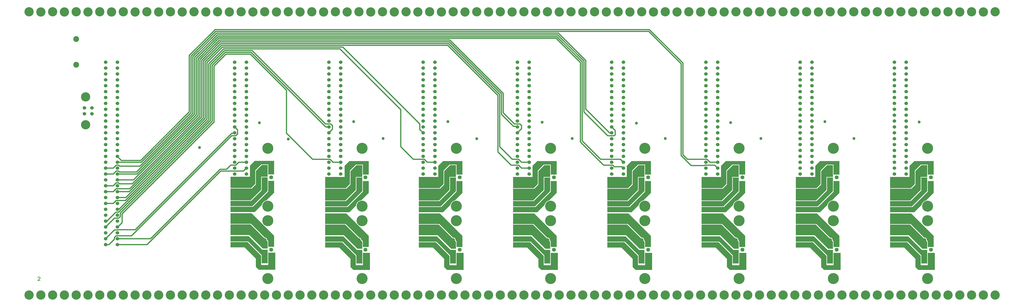
<source format=gbr>
G04 Layer_Physical_Order=3*
G04 Layer_Color=36540*
%FSLAX45Y45*%
%MOMM*%
%TF.FileFunction,Copper,L3,Inr,Signal*%
%TF.Part,Single*%
G01*
G75*
%TA.AperFunction,NonConductor*%
%ADD12C,0.25400*%
%TA.AperFunction,ComponentPad*%
%ADD13C,2.50000*%
%TA.AperFunction,ViaPad*%
%ADD14C,4.00000*%
%TA.AperFunction,ComponentPad*%
%ADD15C,1.52400*%
%ADD16C,4.00000*%
%ADD17C,4.76000*%
%ADD18R,1.69000X1.69000*%
%ADD19C,1.69000*%
%TA.AperFunction,ViaPad*%
%ADD20C,1.27000*%
%TA.AperFunction,Conductor*%
%ADD21C,0.50000*%
G36*
X39567825Y7963700D02*
X39567822Y7658900D01*
X39364624D01*
X38780423Y8243100D01*
X37967624Y8243100D01*
X37967624Y8700300D01*
X38831223Y8700300D01*
X39567825Y7963700D01*
D02*
G37*
G36*
X35503824D02*
X35503824Y7658900D01*
X35300623D01*
X34716422Y8243100D01*
X33903622Y8243100D01*
X33903622Y8700300D01*
X34767224Y8700300D01*
X35503824Y7963700D01*
D02*
G37*
G36*
X15189799Y7972400D02*
X15189799Y7667600D01*
X14986600D01*
X14402400Y8251800D01*
X13589600Y8251800D01*
X13589600Y8709000D01*
X14453200Y8709000D01*
X15189799Y7972400D01*
D02*
G37*
G36*
X43631824Y7963700D02*
X43631824Y7658900D01*
X43428622D01*
X42844424Y8243100D01*
X42031622Y8243100D01*
X42031622Y8700300D01*
X42895224Y8700300D01*
X43631824Y7963700D01*
D02*
G37*
G36*
X23311824D02*
X23311823Y7658900D01*
X23108623D01*
X22524423Y8243100D01*
X21711623Y8243100D01*
X21711623Y8700300D01*
X22575223Y8700300D01*
X23311824Y7963700D01*
D02*
G37*
G36*
X19273224D02*
X19273222Y7658900D01*
X19070023D01*
X18485823Y8243100D01*
X17673022Y8243100D01*
X17673022Y8700300D01*
X18536623Y8700300D01*
X19273224Y7963700D01*
D02*
G37*
G36*
X31439825D02*
X31439822Y7658900D01*
X31236624D01*
X30652423Y8243100D01*
X29839624Y8243100D01*
X29839624Y8700300D01*
X30703223Y8700300D01*
X31439825Y7963700D01*
D02*
G37*
G36*
X27375824D02*
X27375824Y7658900D01*
X27172623D01*
X26588422Y8243100D01*
X25775623Y8243100D01*
X25775623Y8700300D01*
X26639224Y8700300D01*
X27375824Y7963700D01*
D02*
G37*
G36*
X39263022Y8801900D02*
X39847223Y8217700D01*
Y7735100D01*
X39593924D01*
X39593924Y7963699D01*
X39593924Y7963700D01*
X39593222Y7967230D01*
Y7989100D01*
X39551794Y8030527D01*
X39552451Y8035500D01*
X39548666Y8064242D01*
X39537573Y8091025D01*
X39519925Y8114024D01*
X39496924Y8131672D01*
X39470142Y8142766D01*
X39441400Y8146550D01*
X39436426Y8145896D01*
X38856622Y8725700D01*
X38834753D01*
X38831223Y8726402D01*
X37967624Y8726401D01*
X37967624Y9182900D01*
X38882022D01*
X39263022Y8801900D01*
D02*
G37*
G36*
X35199023D02*
X35783224Y8217700D01*
Y7735100D01*
X35529926D01*
X35529926Y7963699D01*
X35529926Y7963700D01*
X35529224Y7967230D01*
Y7989100D01*
X35487796Y8030527D01*
X35488449Y8035500D01*
X35484665Y8064242D01*
X35473572Y8091025D01*
X35455923Y8114024D01*
X35432925Y8131672D01*
X35406143Y8142766D01*
X35377399Y8146550D01*
X35372427Y8145896D01*
X34792621Y8725700D01*
X34770752D01*
X34767224Y8726402D01*
X33903622Y8726401D01*
X33903622Y9182900D01*
X34818024D01*
X35199023Y8801900D01*
D02*
G37*
G36*
X14885001Y8810600D02*
X15008688Y8686912D01*
X15012430Y8682530D01*
X15016811Y8678788D01*
X15469200Y8226400D01*
Y7743800D01*
X15215901D01*
X15215901Y7972399D01*
X15215903Y7972400D01*
X15215199Y7975930D01*
Y7997800D01*
X15167078Y8045921D01*
X15164667Y8064242D01*
X15153572Y8091025D01*
X15135924Y8114024D01*
X15112926Y8131672D01*
X15086142Y8142766D01*
X15067821Y8145178D01*
X14478600Y8734400D01*
X14456729D01*
X14453200Y8735102D01*
X13589600Y8735101D01*
X13589600Y9191600D01*
X14503999D01*
X14885001Y8810600D01*
D02*
G37*
G36*
X43327023Y8801900D02*
X43911224Y8217700D01*
Y7735100D01*
X43657925D01*
X43657925Y7963699D01*
X43657925Y7963700D01*
X43657224Y7967230D01*
Y7989100D01*
X43615796Y8030527D01*
X43616449Y8035500D01*
X43612665Y8064242D01*
X43601572Y8091025D01*
X43583923Y8114024D01*
X43560925Y8131672D01*
X43534143Y8142766D01*
X43505399Y8146550D01*
X43500427Y8145896D01*
X42920621Y8725700D01*
X42898752D01*
X42895224Y8726402D01*
X42031622Y8726401D01*
X42031622Y9182900D01*
X42946024D01*
X43327023Y8801900D01*
D02*
G37*
G36*
X23007024D02*
X23591223Y8217700D01*
Y7735100D01*
X23337926D01*
X23337926Y7963699D01*
X23337926Y7963700D01*
X23337222Y7967230D01*
Y7989100D01*
X23295795Y8030527D01*
X23296449Y8035500D01*
X23292667Y8064242D01*
X23281572Y8091025D01*
X23263924Y8114024D01*
X23240926Y8131672D01*
X23214142Y8142766D01*
X23185400Y8146550D01*
X23180428Y8145896D01*
X22600623Y8725700D01*
X22578754D01*
X22575223Y8726402D01*
X21711623Y8726401D01*
X21711623Y9182900D01*
X22626022D01*
X23007024Y8801900D01*
D02*
G37*
G36*
X18968423D02*
X19038786Y8731537D01*
X19049484Y8714081D01*
X19076430Y8682530D01*
X19107980Y8655584D01*
X19125436Y8644886D01*
X19552623Y8217700D01*
Y7735100D01*
X19299326D01*
X19299326Y7963699D01*
X19299326Y7963700D01*
X19298624Y7967230D01*
Y7989100D01*
X19229453Y8058271D01*
X19228667Y8064242D01*
X19217572Y8091025D01*
X19199924Y8114024D01*
X19176926Y8131672D01*
X19150142Y8142766D01*
X19144170Y8143552D01*
X18562022Y8725700D01*
X18540154D01*
X18536623Y8726402D01*
X17673022Y8726401D01*
X17673022Y9182900D01*
X18587424D01*
X18968423Y8801900D01*
D02*
G37*
G36*
X31135022D02*
X31719223Y8217700D01*
Y7735100D01*
X31465924D01*
X31465924Y7963699D01*
X31465924Y7963700D01*
X31465222Y7967230D01*
Y7989100D01*
X31423795Y8030527D01*
X31424451Y8035500D01*
X31420667Y8064242D01*
X31409573Y8091025D01*
X31391925Y8114024D01*
X31368924Y8131672D01*
X31342142Y8142766D01*
X31313400Y8146550D01*
X31308426Y8145896D01*
X30728622Y8725700D01*
X30706754D01*
X30703223Y8726402D01*
X29839624Y8726401D01*
X29839624Y9182900D01*
X30754022D01*
X31135022Y8801900D01*
D02*
G37*
G36*
X27071024D02*
X27655222Y8217700D01*
Y7735100D01*
X27401926D01*
X27401926Y7963699D01*
X27401926Y7963700D01*
X27401224Y7967230D01*
Y7989100D01*
X27359796Y8030527D01*
X27360449Y8035500D01*
X27356665Y8064242D01*
X27345572Y8091025D01*
X27327924Y8114024D01*
X27304926Y8131672D01*
X27278143Y8142766D01*
X27249399Y8146550D01*
X27244427Y8145896D01*
X26664621Y8725700D01*
X26642752D01*
X26639224Y8726402D01*
X25775623Y8726401D01*
X25775623Y9182900D01*
X26690024D01*
X27071024Y8801900D01*
D02*
G37*
G36*
X39287723Y7354801D02*
X39287723Y7023900D01*
X39288297Y7021007D01*
X39288422Y6947700D01*
X39593222D01*
X39593320Y7020856D01*
X39593924Y7023900D01*
X39593924Y7481100D01*
X39898022D01*
X39898022Y7468400D01*
Y6744500D01*
X39186823Y6744500D01*
X39059824Y6871500D01*
Y7227100D01*
X38577222Y7709700D01*
X37976620Y7709700D01*
X37967654Y7718697D01*
X37968427Y7937598D01*
X38704922Y7937599D01*
X39287723Y7354801D01*
D02*
G37*
G36*
X35223721D02*
X35223721Y7023900D01*
X35224298Y7021007D01*
X35224423Y6947700D01*
X35529224D01*
X35529318Y7020856D01*
X35529926Y7023900D01*
X35529926Y7481100D01*
X35834024D01*
X35834024Y7468400D01*
Y6744500D01*
X35122824Y6744500D01*
X34995822Y6871500D01*
Y7227100D01*
X34513223Y7709700D01*
X33912619Y7709700D01*
X33903656Y7718697D01*
X33904425Y7937598D01*
X34640924Y7937599D01*
X35223721Y7354801D01*
D02*
G37*
G36*
X14909698Y7363501D02*
X14909698Y7032600D01*
X14910274Y7029707D01*
X14910400Y6956400D01*
X15215199D01*
X15215295Y7029556D01*
X15215901Y7032600D01*
X15215901Y7489800D01*
X15520000D01*
X15520000Y7477100D01*
Y6753200D01*
X14808800Y6753200D01*
X14681799Y6880200D01*
Y7235800D01*
X14199200Y7718400D01*
X13598596Y7718400D01*
X13589632Y7727397D01*
X13590402Y7946298D01*
X14326901Y7946299D01*
X14909698Y7363501D01*
D02*
G37*
G36*
X43351721Y7354801D02*
X43351721Y7023900D01*
X43352298Y7021007D01*
X43352423Y6947700D01*
X43657224D01*
X43657318Y7020856D01*
X43657925Y7023900D01*
X43657925Y7481100D01*
X43962024D01*
X43962024Y7468400D01*
Y6744500D01*
X43250824Y6744500D01*
X43123822Y6871500D01*
Y7227100D01*
X42641223Y7709700D01*
X42040619Y7709700D01*
X42031656Y7718697D01*
X42032425Y7937598D01*
X42768924Y7937599D01*
X43351721Y7354801D01*
D02*
G37*
G36*
X23031721D02*
X23031721Y7023900D01*
X23032297Y7021007D01*
X23032423Y6947700D01*
X23337222D01*
X23337318Y7020856D01*
X23337926Y7023900D01*
X23337926Y7481100D01*
X23642023D01*
X23642023Y7468400D01*
Y6744500D01*
X22930823Y6744500D01*
X22803822Y6871500D01*
Y7227100D01*
X22321223Y7709700D01*
X21720619Y7709700D01*
X21711655Y7718697D01*
X21712427Y7937598D01*
X22448924Y7937599D01*
X23031721Y7354801D01*
D02*
G37*
G36*
X18993121D02*
X18993121Y7023900D01*
X18993697Y7021007D01*
X18993823Y6947700D01*
X19298624D01*
X19298718Y7020856D01*
X19299326Y7023900D01*
X19299326Y7481100D01*
X19603423D01*
X19603423Y7468400D01*
Y6744500D01*
X18892223Y6744500D01*
X18765224Y6871500D01*
Y7227100D01*
X18282623Y7709700D01*
X17682019Y7709700D01*
X17673055Y7718697D01*
X17673827Y7937598D01*
X18410324Y7937599D01*
X18993121Y7354801D01*
D02*
G37*
G36*
X31159723D02*
X31159723Y7023900D01*
X31160297Y7021007D01*
X31160422Y6947700D01*
X31465222D01*
X31465320Y7020856D01*
X31465924Y7023900D01*
X31465924Y7481100D01*
X31770023D01*
X31770023Y7468400D01*
Y6744500D01*
X31058823Y6744500D01*
X30931824Y6871500D01*
Y7227100D01*
X30449222Y7709700D01*
X29848621Y7709700D01*
X29839655Y7718697D01*
X29840427Y7937598D01*
X30576923Y7937599D01*
X31159723Y7354801D01*
D02*
G37*
G36*
X27095721D02*
X27095721Y7023900D01*
X27096298Y7021007D01*
X27096423Y6947700D01*
X27401224D01*
X27401318Y7020856D01*
X27401926Y7023900D01*
X27401926Y7481100D01*
X27706024D01*
X27706024Y7468400D01*
Y6744500D01*
X26994824Y6744500D01*
X26867822Y6871500D01*
Y7227100D01*
X26385223Y7709700D01*
X25784619Y7709700D01*
X25775656Y7718697D01*
X25776425Y7937598D01*
X26512924Y7937599D01*
X27095721Y7354801D01*
D02*
G37*
G36*
X39313824Y7633500D02*
X39339224Y7608100D01*
X39567822D01*
X39567822Y7023900D01*
X39313824Y7023900D01*
X39313824Y7379500D01*
X39186823Y7506500D01*
X38729623Y7963700D01*
X37967624Y7963700D01*
Y8192300D01*
X38755023Y8192300D01*
X39313824Y7633500D01*
D02*
G37*
G36*
X35249823D02*
X35275223Y7608100D01*
X35503824D01*
X35503824Y7023900D01*
X35249823Y7023900D01*
X35249823Y7379500D01*
X35122824Y7506500D01*
X34665622Y7963700D01*
X33903622Y7963700D01*
Y8192300D01*
X34691022Y8192300D01*
X35249823Y7633500D01*
D02*
G37*
G36*
X14935800Y7642200D02*
X14961200Y7616800D01*
X15189799D01*
X15189799Y7032600D01*
X14935799Y7032600D01*
X14935800Y7388200D01*
X14808800Y7515200D01*
X14351601Y7972400D01*
X13589600Y7972400D01*
Y8201000D01*
X14377000Y8201000D01*
X14935800Y7642200D01*
D02*
G37*
G36*
X43377823Y7633500D02*
X43403223Y7608100D01*
X43631824D01*
X43631824Y7023900D01*
X43377823Y7023900D01*
X43377823Y7379500D01*
X43250824Y7506500D01*
X42793622Y7963700D01*
X42031622Y7963700D01*
Y8192300D01*
X42819022Y8192300D01*
X43377823Y7633500D01*
D02*
G37*
G36*
X23057823D02*
X23083223Y7608100D01*
X23311823D01*
X23311823Y7023900D01*
X23057823Y7023900D01*
X23057825Y7379500D01*
X22930823Y7506500D01*
X22473624Y7963700D01*
X21711623Y7963700D01*
Y8192300D01*
X22499023Y8192300D01*
X23057823Y7633500D01*
D02*
G37*
G36*
X19019223D02*
X19044623Y7608100D01*
X19273222D01*
X19273222Y7023900D01*
X19019223Y7023900D01*
X19019225Y7379500D01*
X18892223Y7506500D01*
X18435023Y7963700D01*
X17673022Y7963700D01*
Y8192300D01*
X18460423Y8192300D01*
X19019223Y7633500D01*
D02*
G37*
G36*
X31185822D02*
X31211224Y7608100D01*
X31439822D01*
X31439822Y7023900D01*
X31185822Y7023900D01*
X31185825Y7379500D01*
X31058823Y7506500D01*
X30601624Y7963700D01*
X29839624Y7963700D01*
Y8192300D01*
X30627023Y8192300D01*
X31185822Y7633500D01*
D02*
G37*
G36*
X27121823D02*
X27147223Y7608100D01*
X27375824D01*
X27375824Y7023900D01*
X27121823Y7023900D01*
X27121823Y7379500D01*
X26994824Y7506500D01*
X26537622Y7963700D01*
X25775623Y7963700D01*
Y8192300D01*
X26563022Y8192300D01*
X27121823Y7633500D01*
D02*
G37*
G36*
X39567123Y10859300D02*
X39567822Y10855774D01*
Y10758402D01*
X39313824D01*
X39310294Y10757700D01*
X39288422D01*
Y10735826D01*
X39287723Y10732300D01*
Y10198199D01*
X38831924Y9742401D01*
X37967624D01*
Y10248999D01*
X38856622D01*
X38860150Y10249700D01*
X38882022D01*
X39059824Y10427500D01*
Y10449374D01*
X39060526Y10452900D01*
X39060526Y11012401D01*
X39313123Y11264999D01*
X39567123D01*
Y10859300D01*
D02*
G37*
G36*
X35503122D02*
X35503824Y10855774D01*
Y10758402D01*
X35249823D01*
X35246295Y10757700D01*
X35224423D01*
Y10735826D01*
X35223721Y10732300D01*
Y10198199D01*
X34767926Y9742401D01*
X33903622D01*
Y10248999D01*
X34792624D01*
X34796149Y10249700D01*
X34818024D01*
X34995825Y10427500D01*
Y10449374D01*
X34996524Y10452900D01*
X34996524Y11012401D01*
X35249121Y11264999D01*
X35503122D01*
Y10859300D01*
D02*
G37*
G36*
X15189098Y10868000D02*
X15189799Y10864474D01*
Y10767102D01*
X14935800D01*
X14932271Y10766400D01*
X14910399D01*
Y10744526D01*
X14909698Y10741000D01*
Y10206899D01*
X14453902Y9751101D01*
X13589600D01*
Y10257699D01*
X14478600D01*
X14482127Y10258400D01*
X14503999D01*
X14681799Y10436200D01*
Y10458074D01*
X14682501Y10461600D01*
X14682501Y11021101D01*
X14935098Y11273699D01*
X15189098D01*
Y10868000D01*
D02*
G37*
G36*
X43631122Y10859300D02*
X43631824Y10855774D01*
Y10758402D01*
X43377823D01*
X43374295Y10757700D01*
X43352423D01*
Y10735826D01*
X43351721Y10732300D01*
Y10198199D01*
X42895926Y9742401D01*
X42031622D01*
Y10248999D01*
X42920624D01*
X42924149Y10249700D01*
X42946024D01*
X43123825Y10427500D01*
Y10449374D01*
X43124524Y10452900D01*
X43124524Y11012401D01*
X43377121Y11264999D01*
X43631122D01*
Y10859300D01*
D02*
G37*
G36*
X23311122D02*
X23311823Y10855774D01*
Y10758402D01*
X23057823D01*
X23054295Y10757700D01*
X23032423D01*
Y10735826D01*
X23031721Y10732300D01*
Y10198199D01*
X22575925Y9742401D01*
X21711623D01*
Y10248999D01*
X22600623D01*
X22604150Y10249700D01*
X22626022D01*
X22803824Y10427500D01*
Y10449374D01*
X22804526Y10452900D01*
X22804526Y11012401D01*
X23057121Y11264999D01*
X23311122D01*
Y10859300D01*
D02*
G37*
G36*
X19272522D02*
X19273222Y10855774D01*
Y10758402D01*
X19019223D01*
X19015695Y10757700D01*
X18993823D01*
Y10735826D01*
X18993121Y10732300D01*
Y10198199D01*
X18537325Y9742401D01*
X17673022D01*
Y10248999D01*
X18562022D01*
X18565550Y10249700D01*
X18587424D01*
X18765224Y10427500D01*
Y10449374D01*
X18765926Y10452900D01*
X18765926Y11012401D01*
X19018523Y11264999D01*
X19272522D01*
Y10859300D01*
D02*
G37*
G36*
X31439120D02*
X31439822Y10855774D01*
Y10758402D01*
X31185822D01*
X31182294Y10757700D01*
X31160422D01*
Y10735826D01*
X31159723Y10732300D01*
Y10198199D01*
X30703925Y9742401D01*
X29839624D01*
Y10248999D01*
X30728622D01*
X30732150Y10249700D01*
X30754022D01*
X30931824Y10427500D01*
Y10449374D01*
X30932526Y10452900D01*
X30932526Y11012401D01*
X31185123Y11264999D01*
X31439120D01*
Y10859300D01*
D02*
G37*
G36*
X27375122D02*
X27375824Y10855774D01*
Y10758402D01*
X27121823D01*
X27118295Y10757700D01*
X27096423D01*
Y10735826D01*
X27095721Y10732300D01*
Y10198199D01*
X26639926Y9742401D01*
X25775623D01*
Y10248999D01*
X26664624D01*
X26668149Y10249700D01*
X26690024D01*
X26867825Y10427500D01*
Y10449374D01*
X26868524Y10452900D01*
X26868524Y11012401D01*
X27121121Y11264999D01*
X27375122D01*
Y10859300D01*
D02*
G37*
G36*
X39847223D02*
X39593222D01*
Y11291100D01*
X39288422D01*
X39034424Y11037100D01*
X39034424Y10452900D01*
X38856622Y10275100D01*
X37967624D01*
Y10757700D01*
X38805823D01*
Y11240300D01*
X38831223Y11265700D01*
X39009024Y11443500D01*
X39847223D01*
Y10859300D01*
D02*
G37*
G36*
X35783224D02*
X35529224D01*
Y11291100D01*
X35224423D01*
X34970422Y11037100D01*
X34970422Y10452900D01*
X34792624Y10275100D01*
X33903622D01*
Y10757700D01*
X34741824D01*
Y11240300D01*
X34767224Y11265700D01*
X34945023Y11443500D01*
X35783224D01*
Y10859300D01*
D02*
G37*
G36*
X15469200Y10868000D02*
X15215199D01*
Y11299800D01*
X14910400D01*
X14656400Y11045800D01*
X14656400Y10461600D01*
X14478600Y10283800D01*
X13589600D01*
Y10766400D01*
X14427800D01*
Y11249000D01*
X14453200Y11274400D01*
X14631000Y11452200D01*
X15469200D01*
Y10868000D01*
D02*
G37*
G36*
X43911224Y10859300D02*
X43657224D01*
Y11291100D01*
X43352423D01*
X43098422Y11037100D01*
X43098422Y10452900D01*
X42920624Y10275100D01*
X42031622D01*
Y10757700D01*
X42869824D01*
Y11240300D01*
X42895224Y11265700D01*
X43073022Y11443500D01*
X43911224D01*
Y10859300D01*
D02*
G37*
G36*
X23591223D02*
X23337222D01*
Y11291100D01*
X23032423D01*
X22778423Y11037100D01*
X22778423Y10452900D01*
X22600623Y10275100D01*
X21711623D01*
Y10757700D01*
X22549823D01*
Y11240300D01*
X22575223Y11265700D01*
X22753023Y11443500D01*
X23591223D01*
Y10859300D01*
D02*
G37*
G36*
X19552623D02*
X19298624D01*
Y11291100D01*
X18993823D01*
X18739822Y11037100D01*
X18739822Y10452900D01*
X18562022Y10275100D01*
X17673022D01*
Y10757700D01*
X18511223D01*
Y11240300D01*
X18536623Y11265700D01*
X18714423Y11443500D01*
X19552623D01*
Y10859300D01*
D02*
G37*
G36*
X31719223D02*
X31465222D01*
Y11291100D01*
X31160422D01*
X30906424Y11037100D01*
X30906424Y10452900D01*
X30728622Y10275100D01*
X29839624D01*
Y10757700D01*
X30677823D01*
Y11240300D01*
X30703223Y11265700D01*
X30881024Y11443500D01*
X31719223D01*
Y10859300D01*
D02*
G37*
G36*
X27655222D02*
X27401224D01*
Y11291100D01*
X27096423D01*
X26842422Y11037100D01*
X26842422Y10452900D01*
X26664624Y10275100D01*
X25775623D01*
Y10757700D01*
X26613824D01*
Y11240300D01*
X26639224Y11265700D01*
X26817023Y11443500D01*
X27655222D01*
Y10859300D01*
D02*
G37*
G36*
X39847223Y10071900D02*
X39527753Y9752431D01*
X39501691Y9746174D01*
X39463358Y9730295D01*
X39427982Y9708616D01*
X39396429Y9681670D01*
X39369485Y9650119D01*
X39347803Y9614742D01*
X39331927Y9576409D01*
X39325668Y9550346D01*
X39009024Y9233700D01*
X37967624D01*
Y9461599D01*
X38907422D01*
X38910950Y9462300D01*
X38932822D01*
X39593222Y10122700D01*
Y10144573D01*
X39593924Y10148100D01*
Y10579900D01*
X39847223D01*
Y10071900D01*
D02*
G37*
G36*
X35783224D02*
X35463754Y9752431D01*
X35437692Y9746174D01*
X35399359Y9730295D01*
X35363980Y9708616D01*
X35332431Y9681670D01*
X35305484Y9650119D01*
X35283804Y9614742D01*
X35267926Y9576409D01*
X35261670Y9550346D01*
X34945023Y9233700D01*
X33903622D01*
Y9461599D01*
X34843423D01*
X34846951Y9462300D01*
X34868823D01*
X35529224Y10122700D01*
Y10144573D01*
X35529926Y10148100D01*
Y10579900D01*
X35783224D01*
Y10071900D01*
D02*
G37*
G36*
X15469200Y10080600D02*
X15140170Y9751571D01*
X15117691Y9746174D01*
X15079358Y9730295D01*
X15043980Y9708616D01*
X15012430Y9681670D01*
X14985484Y9650119D01*
X14963805Y9614742D01*
X14947926Y9576409D01*
X14942529Y9553930D01*
X14631000Y9242400D01*
X13589600D01*
Y9470299D01*
X14529401D01*
X14532927Y9471000D01*
X14554800D01*
X15215199Y10131400D01*
Y10153273D01*
X15215901Y10156800D01*
Y10588600D01*
X15469200D01*
Y10080600D01*
D02*
G37*
G36*
X43911224Y10071900D02*
X43591754Y9752431D01*
X43565692Y9746174D01*
X43527359Y9730295D01*
X43491980Y9708616D01*
X43460431Y9681670D01*
X43433484Y9650119D01*
X43411804Y9614742D01*
X43395926Y9576409D01*
X43389670Y9550346D01*
X43073022Y9233700D01*
X42031622D01*
Y9461599D01*
X42971423D01*
X42974951Y9462300D01*
X42996823D01*
X43657224Y10122700D01*
Y10144573D01*
X43657925Y10148100D01*
Y10579900D01*
X43911224D01*
Y10071900D01*
D02*
G37*
G36*
X23591223D02*
X23271754Y9752431D01*
X23245691Y9746174D01*
X23207358Y9730295D01*
X23171980Y9708616D01*
X23140430Y9681670D01*
X23113484Y9650119D01*
X23091805Y9614742D01*
X23075926Y9576409D01*
X23069669Y9550346D01*
X22753023Y9233700D01*
X21711623D01*
Y9461599D01*
X22651424D01*
X22654950Y9462300D01*
X22676823D01*
X23337222Y10122700D01*
Y10144573D01*
X23337926Y10148100D01*
Y10579900D01*
X23591223D01*
Y10071900D01*
D02*
G37*
G36*
X19552623D02*
X19237827Y9757102D01*
X19222037Y9755860D01*
X19181691Y9746174D01*
X19143358Y9730295D01*
X19107980Y9708616D01*
X19076430Y9681670D01*
X19049484Y9650119D01*
X19027805Y9614742D01*
X19011926Y9576409D01*
X19002240Y9536064D01*
X19000998Y9520274D01*
X18714423Y9233700D01*
X17673022D01*
Y9461599D01*
X18612823D01*
X18616350Y9462300D01*
X18638223D01*
X19298624Y10122700D01*
Y10144573D01*
X19299326Y10148100D01*
Y10579900D01*
X19552623D01*
Y10071900D01*
D02*
G37*
G36*
X31719223D02*
X31399753Y9752431D01*
X31373691Y9746174D01*
X31335358Y9730295D01*
X31299982Y9708616D01*
X31268430Y9681670D01*
X31241483Y9650119D01*
X31219803Y9614742D01*
X31203925Y9576409D01*
X31197668Y9550346D01*
X30881024Y9233700D01*
X29839624D01*
Y9461599D01*
X30779422D01*
X30782950Y9462300D01*
X30804822D01*
X31465222Y10122700D01*
Y10144573D01*
X31465924Y10148100D01*
Y10579900D01*
X31719223D01*
Y10071900D01*
D02*
G37*
G36*
X27655222D02*
X27335754Y9752431D01*
X27309692Y9746174D01*
X27271359Y9730295D01*
X27235980Y9708616D01*
X27204431Y9681670D01*
X27177484Y9650119D01*
X27155804Y9614742D01*
X27139926Y9576409D01*
X27133670Y9550346D01*
X26817023Y9233700D01*
X25775623D01*
Y9461599D01*
X26715424D01*
X26718951Y9462300D01*
X26740823D01*
X27401224Y10122700D01*
Y10144573D01*
X27401926Y10148100D01*
Y10579900D01*
X27655222D01*
Y10071900D01*
D02*
G37*
G36*
X39567822Y10148100D02*
X38907422Y9487700D01*
X37967624D01*
X37967624Y9716300D01*
X38856622D01*
X39313824Y10173500D01*
Y10732300D01*
X39567822D01*
Y10148100D01*
D02*
G37*
G36*
X35503824D02*
X34843423Y9487700D01*
X33903622D01*
X33903622Y9716300D01*
X34792624D01*
X35249823Y10173500D01*
Y10732300D01*
X35503824D01*
Y10148100D01*
D02*
G37*
G36*
X15189799Y10156800D02*
X14529401Y9496400D01*
X13589600D01*
X13589600Y9725000D01*
X14478600D01*
X14935800Y10182200D01*
Y10741000D01*
X15189799D01*
Y10156800D01*
D02*
G37*
G36*
X43631824Y10148100D02*
X42971423Y9487700D01*
X42031622D01*
X42031622Y9716300D01*
X42920624D01*
X43377823Y10173500D01*
Y10732300D01*
X43631824D01*
Y10148100D01*
D02*
G37*
G36*
X23311823D02*
X22651424Y9487700D01*
X21711623D01*
X21711623Y9716300D01*
X22600623D01*
X23057823Y10173500D01*
Y10732300D01*
X23311823D01*
Y10148100D01*
D02*
G37*
G36*
X19273222D02*
X18612823Y9487700D01*
X17673022D01*
X17673022Y9716300D01*
X18562022D01*
X19019223Y10173500D01*
Y10732300D01*
X19273222D01*
Y10148100D01*
D02*
G37*
G36*
X31439822D02*
X30779422Y9487700D01*
X29839624D01*
X29839624Y9716300D01*
X30728622D01*
X31185822Y10173500D01*
Y10732300D01*
X31439822D01*
Y10148100D01*
D02*
G37*
G36*
X27375824D02*
X26715424Y9487700D01*
X25775623D01*
X25775623Y9716300D01*
X26664624D01*
X27121823Y10173500D01*
Y10732300D01*
X27375824D01*
Y10148100D01*
D02*
G37*
D12*
X5374167Y6292000D02*
X5272600D01*
X5374167Y6393567D01*
Y6418959D01*
X5348775Y6444351D01*
X5297992D01*
X5272600Y6418959D01*
D13*
X6934200Y15598140D02*
D03*
Y16710660D02*
D03*
D14*
X46050201Y5664200D02*
D03*
X45034201D02*
D03*
X44018201D02*
D03*
X43002200D02*
D03*
X41986200D02*
D03*
X40970200D02*
D03*
X39954199D02*
D03*
X38938199D02*
D03*
X37922198D02*
D03*
X36906201D02*
D03*
X35890201D02*
D03*
X34874200D02*
D03*
X33858200D02*
D03*
X32842200D02*
D03*
X31826199D02*
D03*
X30810199D02*
D03*
X29794199D02*
D03*
X28778201D02*
D03*
X27762201D02*
D03*
X26746201D02*
D03*
X25730200D02*
D03*
X24714200D02*
D03*
X23698199D02*
D03*
X22682201D02*
D03*
X21666200D02*
D03*
X20650200D02*
D03*
X19634200D02*
D03*
X18618201D02*
D03*
X17602200D02*
D03*
X16586200D02*
D03*
X15570200D02*
D03*
X14554201D02*
D03*
X13538200D02*
D03*
X12522200D02*
D03*
X11506200D02*
D03*
X10490200D02*
D03*
X9474200D02*
D03*
X8458200D02*
D03*
X7442200D02*
D03*
X6426200D02*
D03*
X5410200D02*
D03*
X46558200Y5661660D02*
D03*
X45542200D02*
D03*
X44526199D02*
D03*
X43510199D02*
D03*
X42494199D02*
D03*
X41478201D02*
D03*
X40462201D02*
D03*
X39446201D02*
D03*
X38430200D02*
D03*
X37414200D02*
D03*
X36398199D02*
D03*
X35382199D02*
D03*
X34366199D02*
D03*
X33350201D02*
D03*
X32334201D02*
D03*
X31318201D02*
D03*
X30302200D02*
D03*
X29286200D02*
D03*
X28270200D02*
D03*
X27254199D02*
D03*
X26238199D02*
D03*
X25222200D02*
D03*
X24206200D02*
D03*
X23190199D02*
D03*
X22174200D02*
D03*
X21158200D02*
D03*
X20142200D02*
D03*
X19126199D02*
D03*
X18110201D02*
D03*
X17094200D02*
D03*
X16078200D02*
D03*
X15062199D02*
D03*
X14046201D02*
D03*
X13030200D02*
D03*
X12014200D02*
D03*
X10998200D02*
D03*
X9982200D02*
D03*
X8966200D02*
D03*
X7950200D02*
D03*
X6934200D02*
D03*
X5918200D02*
D03*
X4902200D02*
D03*
X46050201Y17881599D02*
D03*
X45034201D02*
D03*
X44018201D02*
D03*
X43002200D02*
D03*
X41986200D02*
D03*
X40970200D02*
D03*
X39954199D02*
D03*
X38938199D02*
D03*
X37922198D02*
D03*
X36906201D02*
D03*
X35890201D02*
D03*
X34874200D02*
D03*
X33858200D02*
D03*
X32842200D02*
D03*
X31826199D02*
D03*
X30810199D02*
D03*
X29794199D02*
D03*
X28778201D02*
D03*
X27762201D02*
D03*
X26746201D02*
D03*
X25730200D02*
D03*
X24714200D02*
D03*
X23698199D02*
D03*
X22682201D02*
D03*
X21666200D02*
D03*
X20650200D02*
D03*
X19634200D02*
D03*
X18618201D02*
D03*
X17602200D02*
D03*
X16586200D02*
D03*
X15570200D02*
D03*
X14554201D02*
D03*
X13538200D02*
D03*
X12522200D02*
D03*
X11506200D02*
D03*
X10490200D02*
D03*
X9474200D02*
D03*
X8458200D02*
D03*
X7442200D02*
D03*
X6426200D02*
D03*
X5410200D02*
D03*
D03*
X46558200Y17884140D02*
D03*
X45542200D02*
D03*
X44526199D02*
D03*
X43510199D02*
D03*
X42494199D02*
D03*
X41478201D02*
D03*
X40462201D02*
D03*
X39446201D02*
D03*
X38430200D02*
D03*
X37414200D02*
D03*
X36398199D02*
D03*
X35382199D02*
D03*
X34366199D02*
D03*
X33350201D02*
D03*
X32334201D02*
D03*
X31318201D02*
D03*
X30302200D02*
D03*
X29286200D02*
D03*
X28270200D02*
D03*
X27254199D02*
D03*
X26238199D02*
D03*
X25222200D02*
D03*
X24206200D02*
D03*
X23190199D02*
D03*
X22174200D02*
D03*
X21158200D02*
D03*
X20142200D02*
D03*
X19126199D02*
D03*
X18110201D02*
D03*
X17094200D02*
D03*
X16078200D02*
D03*
X15062199D02*
D03*
X14046201D02*
D03*
X13030200D02*
D03*
X12014200D02*
D03*
X10998200D02*
D03*
X9982200D02*
D03*
X8966200D02*
D03*
X7950200D02*
D03*
X6934200D02*
D03*
X5918200D02*
D03*
X4902200D02*
D03*
D15*
X7289800Y13489400D02*
D03*
Y13739400D02*
D03*
X7610800D02*
D03*
Y13489400D02*
D03*
X42722800Y15709900D02*
D03*
Y15455901D02*
D03*
Y15201900D02*
D03*
Y14947900D02*
D03*
Y14693900D02*
D03*
Y14439900D02*
D03*
Y14185899D02*
D03*
Y13931900D02*
D03*
Y13677901D02*
D03*
Y13423900D02*
D03*
Y13169901D02*
D03*
Y12915900D02*
D03*
Y12661900D02*
D03*
Y12407900D02*
D03*
Y12153900D02*
D03*
Y11899900D02*
D03*
Y11645900D02*
D03*
Y11391900D02*
D03*
Y11137900D02*
D03*
Y10883900D02*
D03*
Y10629900D02*
D03*
Y10375900D02*
D03*
Y10121900D02*
D03*
Y9867900D02*
D03*
Y9613900D02*
D03*
Y9359900D02*
D03*
Y9105900D02*
D03*
Y8851900D02*
D03*
Y8597900D02*
D03*
Y8343900D02*
D03*
Y8089900D02*
D03*
Y7835900D02*
D03*
X42214801Y15709900D02*
D03*
Y15455901D02*
D03*
Y15201900D02*
D03*
Y14947900D02*
D03*
Y14693900D02*
D03*
Y14439900D02*
D03*
Y14185899D02*
D03*
Y13931900D02*
D03*
Y13677901D02*
D03*
Y13423900D02*
D03*
Y13169901D02*
D03*
Y12915900D02*
D03*
Y12661900D02*
D03*
Y12407900D02*
D03*
Y12153900D02*
D03*
Y11899900D02*
D03*
Y11645900D02*
D03*
Y11391900D02*
D03*
Y11137900D02*
D03*
Y10883900D02*
D03*
Y10629900D02*
D03*
Y10375900D02*
D03*
Y10121900D02*
D03*
Y9867900D02*
D03*
Y9613900D02*
D03*
Y9359900D02*
D03*
Y9105900D02*
D03*
Y8851900D02*
D03*
Y8597900D02*
D03*
Y8343900D02*
D03*
Y8089900D02*
D03*
Y7835900D02*
D03*
X38658801Y15709900D02*
D03*
Y15455901D02*
D03*
Y15201900D02*
D03*
Y14947900D02*
D03*
Y14693900D02*
D03*
Y14439900D02*
D03*
Y14185899D02*
D03*
Y13931900D02*
D03*
Y13677901D02*
D03*
Y13423900D02*
D03*
Y13169901D02*
D03*
Y12915900D02*
D03*
Y12661900D02*
D03*
Y12407900D02*
D03*
Y12153900D02*
D03*
Y11899900D02*
D03*
Y11645900D02*
D03*
Y11391900D02*
D03*
Y11137900D02*
D03*
Y10883900D02*
D03*
Y10629900D02*
D03*
Y10375900D02*
D03*
Y10121900D02*
D03*
Y9867900D02*
D03*
Y9613900D02*
D03*
Y9359900D02*
D03*
Y9105900D02*
D03*
Y8851900D02*
D03*
Y8597900D02*
D03*
Y8343900D02*
D03*
Y8089900D02*
D03*
Y7835900D02*
D03*
X38150800Y15709900D02*
D03*
Y15455901D02*
D03*
Y15201900D02*
D03*
Y14947900D02*
D03*
Y14693900D02*
D03*
Y14439900D02*
D03*
Y14185899D02*
D03*
Y13931900D02*
D03*
Y13677901D02*
D03*
Y13423900D02*
D03*
Y13169901D02*
D03*
Y12915900D02*
D03*
Y12661900D02*
D03*
Y12407900D02*
D03*
Y12153900D02*
D03*
Y11899900D02*
D03*
Y11645900D02*
D03*
Y11391900D02*
D03*
Y11137900D02*
D03*
Y10883900D02*
D03*
Y10629900D02*
D03*
Y10375900D02*
D03*
Y10121900D02*
D03*
Y9867900D02*
D03*
Y9613900D02*
D03*
Y9359900D02*
D03*
Y9105900D02*
D03*
Y8851900D02*
D03*
Y8597900D02*
D03*
Y8343900D02*
D03*
Y8089900D02*
D03*
Y7835900D02*
D03*
X34594800Y15709900D02*
D03*
Y15455901D02*
D03*
Y15201900D02*
D03*
Y14947900D02*
D03*
Y14693900D02*
D03*
Y14439900D02*
D03*
Y14185899D02*
D03*
Y13931900D02*
D03*
Y13677901D02*
D03*
Y13423900D02*
D03*
Y13169901D02*
D03*
Y12915900D02*
D03*
Y12661900D02*
D03*
Y12407900D02*
D03*
Y12153900D02*
D03*
Y11899900D02*
D03*
Y11645900D02*
D03*
Y11391900D02*
D03*
Y11137900D02*
D03*
Y10883900D02*
D03*
Y10629900D02*
D03*
Y10375900D02*
D03*
Y10121900D02*
D03*
Y9867900D02*
D03*
Y9613900D02*
D03*
Y9359900D02*
D03*
Y9105900D02*
D03*
Y8851900D02*
D03*
Y8597900D02*
D03*
Y8343900D02*
D03*
Y8089900D02*
D03*
Y7835900D02*
D03*
X34086801Y15709900D02*
D03*
Y15455901D02*
D03*
Y15201900D02*
D03*
Y14947900D02*
D03*
Y14693900D02*
D03*
Y14439900D02*
D03*
Y14185899D02*
D03*
Y13931900D02*
D03*
Y13677901D02*
D03*
Y13423900D02*
D03*
Y13169901D02*
D03*
Y12915900D02*
D03*
Y12661900D02*
D03*
Y12407900D02*
D03*
Y12153900D02*
D03*
Y11899900D02*
D03*
Y11645900D02*
D03*
Y11391900D02*
D03*
Y11137900D02*
D03*
Y10883900D02*
D03*
Y10629900D02*
D03*
Y10375900D02*
D03*
Y10121900D02*
D03*
Y9867900D02*
D03*
Y9613900D02*
D03*
Y9359900D02*
D03*
Y9105900D02*
D03*
Y8851900D02*
D03*
Y8597900D02*
D03*
Y8343900D02*
D03*
Y8089900D02*
D03*
Y7835900D02*
D03*
X30530801Y15709900D02*
D03*
Y15455901D02*
D03*
Y15201900D02*
D03*
Y14947900D02*
D03*
Y14693900D02*
D03*
Y14439900D02*
D03*
Y14185899D02*
D03*
Y13931900D02*
D03*
Y13677901D02*
D03*
Y13423900D02*
D03*
Y13169901D02*
D03*
Y12915900D02*
D03*
Y12661900D02*
D03*
Y12407900D02*
D03*
Y12153900D02*
D03*
Y11899900D02*
D03*
Y11645900D02*
D03*
Y11391900D02*
D03*
Y11137900D02*
D03*
Y10883900D02*
D03*
Y10629900D02*
D03*
Y10375900D02*
D03*
Y10121900D02*
D03*
Y9867900D02*
D03*
Y9613900D02*
D03*
Y9359900D02*
D03*
Y9105900D02*
D03*
Y8851900D02*
D03*
Y8597900D02*
D03*
Y8343900D02*
D03*
Y8089900D02*
D03*
Y7835900D02*
D03*
X30022800Y15709900D02*
D03*
Y15455901D02*
D03*
Y15201900D02*
D03*
Y14947900D02*
D03*
Y14693900D02*
D03*
Y14439900D02*
D03*
Y14185899D02*
D03*
Y13931900D02*
D03*
Y13677901D02*
D03*
Y13423900D02*
D03*
Y13169901D02*
D03*
Y12915900D02*
D03*
Y12661900D02*
D03*
Y12407900D02*
D03*
Y12153900D02*
D03*
Y11899900D02*
D03*
Y11645900D02*
D03*
Y11391900D02*
D03*
Y11137900D02*
D03*
Y10883900D02*
D03*
Y10629900D02*
D03*
Y10375900D02*
D03*
Y10121900D02*
D03*
Y9867900D02*
D03*
Y9613900D02*
D03*
Y9359900D02*
D03*
Y9105900D02*
D03*
Y8851900D02*
D03*
Y8597900D02*
D03*
Y8343900D02*
D03*
Y8089900D02*
D03*
Y7835900D02*
D03*
X26466800Y15709900D02*
D03*
Y15455901D02*
D03*
Y15201900D02*
D03*
Y14947900D02*
D03*
Y14693900D02*
D03*
Y14439900D02*
D03*
Y14185899D02*
D03*
Y13931900D02*
D03*
Y13677901D02*
D03*
Y13423900D02*
D03*
Y13169901D02*
D03*
Y12915900D02*
D03*
Y12661900D02*
D03*
Y12407900D02*
D03*
Y12153900D02*
D03*
Y11899900D02*
D03*
Y11645900D02*
D03*
Y11391900D02*
D03*
Y11137900D02*
D03*
Y10883900D02*
D03*
Y10629900D02*
D03*
Y10375900D02*
D03*
Y10121900D02*
D03*
Y9867900D02*
D03*
Y9613900D02*
D03*
Y9359900D02*
D03*
Y9105900D02*
D03*
Y8851900D02*
D03*
Y8597900D02*
D03*
Y8343900D02*
D03*
Y8089900D02*
D03*
Y7835900D02*
D03*
X25958801Y15709900D02*
D03*
Y15455901D02*
D03*
Y15201900D02*
D03*
Y14947900D02*
D03*
Y14693900D02*
D03*
Y14439900D02*
D03*
Y14185899D02*
D03*
Y13931900D02*
D03*
Y13677901D02*
D03*
Y13423900D02*
D03*
Y13169901D02*
D03*
Y12915900D02*
D03*
Y12661900D02*
D03*
Y12407900D02*
D03*
Y12153900D02*
D03*
Y11899900D02*
D03*
Y11645900D02*
D03*
Y11391900D02*
D03*
Y11137900D02*
D03*
Y10883900D02*
D03*
Y10629900D02*
D03*
Y10375900D02*
D03*
Y10121900D02*
D03*
Y9867900D02*
D03*
Y9613900D02*
D03*
Y9359900D02*
D03*
Y9105900D02*
D03*
Y8851900D02*
D03*
Y8597900D02*
D03*
Y8343900D02*
D03*
Y8089900D02*
D03*
Y7835900D02*
D03*
X22402800Y15709900D02*
D03*
Y15455901D02*
D03*
Y15201900D02*
D03*
Y14947900D02*
D03*
Y14693900D02*
D03*
Y14439900D02*
D03*
Y14185899D02*
D03*
Y13931900D02*
D03*
Y13677901D02*
D03*
Y13423900D02*
D03*
Y13169901D02*
D03*
Y12915900D02*
D03*
Y12661900D02*
D03*
Y12407900D02*
D03*
Y12153900D02*
D03*
Y11899900D02*
D03*
Y11645900D02*
D03*
Y11391900D02*
D03*
Y11137900D02*
D03*
Y10883900D02*
D03*
Y10629900D02*
D03*
Y10375900D02*
D03*
Y10121900D02*
D03*
Y9867900D02*
D03*
Y9613900D02*
D03*
Y9359900D02*
D03*
Y9105900D02*
D03*
Y8851900D02*
D03*
Y8597900D02*
D03*
Y8343900D02*
D03*
Y8089900D02*
D03*
Y7835900D02*
D03*
X21894800Y15709900D02*
D03*
Y15455901D02*
D03*
Y15201900D02*
D03*
Y14947900D02*
D03*
Y14693900D02*
D03*
Y14439900D02*
D03*
Y14185899D02*
D03*
Y13931900D02*
D03*
Y13677901D02*
D03*
Y13423900D02*
D03*
Y13169901D02*
D03*
Y12915900D02*
D03*
Y12661900D02*
D03*
Y12407900D02*
D03*
Y12153900D02*
D03*
Y11899900D02*
D03*
Y11645900D02*
D03*
Y11391900D02*
D03*
Y11137900D02*
D03*
Y10883900D02*
D03*
Y10629900D02*
D03*
Y10375900D02*
D03*
Y10121900D02*
D03*
Y9867900D02*
D03*
Y9613900D02*
D03*
Y9359900D02*
D03*
Y9105900D02*
D03*
Y8851900D02*
D03*
Y8597900D02*
D03*
Y8343900D02*
D03*
Y8089900D02*
D03*
Y7835900D02*
D03*
X18338800Y15709900D02*
D03*
Y15455901D02*
D03*
Y15201900D02*
D03*
Y14947900D02*
D03*
Y14693900D02*
D03*
Y14439900D02*
D03*
Y14185899D02*
D03*
Y13931900D02*
D03*
Y13677901D02*
D03*
Y13423900D02*
D03*
Y13169901D02*
D03*
Y12915900D02*
D03*
Y12661900D02*
D03*
Y12407900D02*
D03*
Y12153900D02*
D03*
Y11899900D02*
D03*
Y11645900D02*
D03*
Y11391900D02*
D03*
Y11137900D02*
D03*
Y10883900D02*
D03*
Y10629900D02*
D03*
Y10375900D02*
D03*
Y10121900D02*
D03*
Y9867900D02*
D03*
Y9613900D02*
D03*
Y9359900D02*
D03*
Y9105900D02*
D03*
Y8851900D02*
D03*
Y8597900D02*
D03*
Y8343900D02*
D03*
Y8089900D02*
D03*
Y7835900D02*
D03*
X17830800Y15709900D02*
D03*
Y15455901D02*
D03*
Y15201900D02*
D03*
Y14947900D02*
D03*
Y14693900D02*
D03*
Y14439900D02*
D03*
Y14185899D02*
D03*
Y13931900D02*
D03*
Y13677901D02*
D03*
Y13423900D02*
D03*
Y13169901D02*
D03*
Y12915900D02*
D03*
Y12661900D02*
D03*
Y12407900D02*
D03*
Y12153900D02*
D03*
Y11899900D02*
D03*
Y11645900D02*
D03*
Y11391900D02*
D03*
Y11137900D02*
D03*
Y10883900D02*
D03*
Y10629900D02*
D03*
Y10375900D02*
D03*
Y10121900D02*
D03*
Y9867900D02*
D03*
Y9613900D02*
D03*
Y9359900D02*
D03*
Y9105900D02*
D03*
Y8851900D02*
D03*
Y8597900D02*
D03*
Y8343900D02*
D03*
Y8089900D02*
D03*
Y7835900D02*
D03*
X8712200Y15709900D02*
D03*
Y15455901D02*
D03*
Y15201900D02*
D03*
Y14947900D02*
D03*
Y14693900D02*
D03*
Y14439900D02*
D03*
Y14185899D02*
D03*
Y13931900D02*
D03*
Y13677901D02*
D03*
Y13423900D02*
D03*
Y13169901D02*
D03*
Y12915900D02*
D03*
Y12661900D02*
D03*
Y12407900D02*
D03*
Y12153900D02*
D03*
Y11899900D02*
D03*
Y11645900D02*
D03*
Y11391900D02*
D03*
Y11137900D02*
D03*
Y10883900D02*
D03*
Y10629900D02*
D03*
Y10375900D02*
D03*
Y10121900D02*
D03*
Y9867900D02*
D03*
Y9613900D02*
D03*
Y9359900D02*
D03*
Y9105900D02*
D03*
Y8851900D02*
D03*
Y8597900D02*
D03*
Y8343900D02*
D03*
Y8089900D02*
D03*
Y7835900D02*
D03*
X8204200Y15709900D02*
D03*
Y15455901D02*
D03*
Y15201900D02*
D03*
Y14947900D02*
D03*
Y14693900D02*
D03*
Y14439900D02*
D03*
Y14185899D02*
D03*
Y13931900D02*
D03*
Y13677901D02*
D03*
Y13423900D02*
D03*
Y13169901D02*
D03*
Y12915900D02*
D03*
Y12661900D02*
D03*
Y12407900D02*
D03*
Y12153900D02*
D03*
Y11899900D02*
D03*
Y11645900D02*
D03*
Y11391900D02*
D03*
Y11137900D02*
D03*
Y10883900D02*
D03*
Y10629900D02*
D03*
Y10375900D02*
D03*
Y10121900D02*
D03*
Y9867900D02*
D03*
Y9613900D02*
D03*
Y9359900D02*
D03*
Y9105900D02*
D03*
Y8851900D02*
D03*
Y8597900D02*
D03*
Y8343900D02*
D03*
Y8089900D02*
D03*
Y7835900D02*
D03*
X14274800Y15709900D02*
D03*
Y15455901D02*
D03*
Y15201900D02*
D03*
Y14947900D02*
D03*
Y14693900D02*
D03*
Y14439900D02*
D03*
Y14185899D02*
D03*
Y13931900D02*
D03*
Y13677901D02*
D03*
Y13423900D02*
D03*
Y13169901D02*
D03*
Y12915900D02*
D03*
Y12661900D02*
D03*
Y12407900D02*
D03*
Y12153900D02*
D03*
Y11899900D02*
D03*
Y11645900D02*
D03*
Y11391900D02*
D03*
Y11137900D02*
D03*
Y10883900D02*
D03*
Y10629900D02*
D03*
Y10375900D02*
D03*
Y10121900D02*
D03*
Y9867900D02*
D03*
Y9613900D02*
D03*
Y9359900D02*
D03*
Y9105900D02*
D03*
Y8851900D02*
D03*
Y8597900D02*
D03*
Y8343900D02*
D03*
Y8089900D02*
D03*
Y7835900D02*
D03*
X13766800Y15709900D02*
D03*
Y15455901D02*
D03*
Y15201900D02*
D03*
Y14947900D02*
D03*
Y14693900D02*
D03*
Y14439900D02*
D03*
Y14185899D02*
D03*
Y13931900D02*
D03*
Y13677901D02*
D03*
Y13423900D02*
D03*
Y13169901D02*
D03*
Y12915900D02*
D03*
Y12661900D02*
D03*
Y12407900D02*
D03*
Y12153900D02*
D03*
Y11899900D02*
D03*
Y11645900D02*
D03*
Y11391900D02*
D03*
Y11137900D02*
D03*
Y10883900D02*
D03*
Y10629900D02*
D03*
Y10375900D02*
D03*
Y10121900D02*
D03*
Y9867900D02*
D03*
Y9613900D02*
D03*
Y9359900D02*
D03*
Y9105900D02*
D03*
Y8851900D02*
D03*
Y8597900D02*
D03*
Y8343900D02*
D03*
Y8089900D02*
D03*
Y7835900D02*
D03*
D16*
X7340300Y14216400D02*
D03*
Y13012399D02*
D03*
D17*
X15199400Y6370500D02*
D03*
Y8869500D02*
D03*
Y9494700D02*
D03*
Y11993700D02*
D03*
X19263400Y6370500D02*
D03*
Y8869500D02*
D03*
X23327400Y6370500D02*
D03*
Y8869500D02*
D03*
X27391400Y6370500D02*
D03*
Y8869500D02*
D03*
X31455399Y6370500D02*
D03*
Y8869500D02*
D03*
X35519400Y6370500D02*
D03*
Y8869500D02*
D03*
X39583401Y6370500D02*
D03*
Y8869500D02*
D03*
X43647400Y6370500D02*
D03*
Y8869500D02*
D03*
Y9494700D02*
D03*
Y11993700D02*
D03*
X39583401Y9494700D02*
D03*
Y11993700D02*
D03*
X35519400Y9494700D02*
D03*
Y11993700D02*
D03*
X31455399Y9494700D02*
D03*
Y11993700D02*
D03*
X27391400Y9494700D02*
D03*
Y11993700D02*
D03*
X23327400Y9494700D02*
D03*
Y11993700D02*
D03*
X19263400Y9494700D02*
D03*
Y11993700D02*
D03*
D18*
X15341400Y8174000D02*
D03*
Y11298200D02*
D03*
X19405400Y8174000D02*
D03*
X23469400D02*
D03*
X27533401D02*
D03*
X31597400D02*
D03*
X35661401D02*
D03*
X39725400D02*
D03*
X43789401D02*
D03*
Y11298200D02*
D03*
X39725400D02*
D03*
X35661401D02*
D03*
X31597400D02*
D03*
X27533401D02*
D03*
X23469400D02*
D03*
X19405400D02*
D03*
D19*
X15057401Y8035500D02*
D03*
X15341400Y7897000D02*
D03*
X15057401Y7758500D02*
D03*
X15341400Y7620000D02*
D03*
X15057401Y7481500D02*
D03*
X15341400Y7343000D02*
D03*
X15057401Y7204500D02*
D03*
X15341400Y7066000D02*
D03*
X15057401Y11159700D02*
D03*
X15341400Y11021200D02*
D03*
X15057401Y10882700D02*
D03*
X15341400Y10744200D02*
D03*
X15057401Y10605700D02*
D03*
X15341400Y10467200D02*
D03*
X15057401Y10328700D02*
D03*
X15341400Y10190200D02*
D03*
X19121400Y8035500D02*
D03*
X19405400Y7897000D02*
D03*
X19121400Y7758500D02*
D03*
X19405400Y7620000D02*
D03*
X19121400Y7481500D02*
D03*
X19405400Y7343000D02*
D03*
X19121400Y7204500D02*
D03*
X19405400Y7066000D02*
D03*
X23185400Y8035500D02*
D03*
X23469400Y7897000D02*
D03*
X23185400Y7758500D02*
D03*
X23469400Y7620000D02*
D03*
X23185400Y7481500D02*
D03*
X23469400Y7343000D02*
D03*
X23185400Y7204500D02*
D03*
X23469400Y7066000D02*
D03*
X27249399Y8035500D02*
D03*
X27533401Y7897000D02*
D03*
X27249399Y7758500D02*
D03*
X27533401Y7620000D02*
D03*
X27249399Y7481500D02*
D03*
X27533401Y7343000D02*
D03*
X27249399Y7204500D02*
D03*
X27533401Y7066000D02*
D03*
X31313400Y8035500D02*
D03*
X31597400Y7897000D02*
D03*
X31313400Y7758500D02*
D03*
X31597400Y7620000D02*
D03*
X31313400Y7481500D02*
D03*
X31597400Y7343000D02*
D03*
X31313400Y7204500D02*
D03*
X31597400Y7066000D02*
D03*
X35377399Y8035500D02*
D03*
X35661401Y7897000D02*
D03*
X35377399Y7758500D02*
D03*
X35661401Y7620000D02*
D03*
X35377399Y7481500D02*
D03*
X35661401Y7343000D02*
D03*
X35377399Y7204500D02*
D03*
X35661401Y7066000D02*
D03*
X39441400Y8035500D02*
D03*
X39725400Y7897000D02*
D03*
X39441400Y7758500D02*
D03*
X39725400Y7620000D02*
D03*
X39441400Y7481500D02*
D03*
X39725400Y7343000D02*
D03*
X39441400Y7204500D02*
D03*
X39725400Y7066000D02*
D03*
X43505399Y8035500D02*
D03*
X43789401Y7897000D02*
D03*
X43505399Y7758500D02*
D03*
X43789401Y7620000D02*
D03*
X43505399Y7481500D02*
D03*
X43789401Y7343000D02*
D03*
X43505399Y7204500D02*
D03*
X43789401Y7066000D02*
D03*
X43505399Y11159700D02*
D03*
X43789401Y11021200D02*
D03*
X43505399Y10882700D02*
D03*
X43789401Y10744200D02*
D03*
X43505399Y10605700D02*
D03*
X43789401Y10467200D02*
D03*
X43505399Y10328700D02*
D03*
X43789401Y10190200D02*
D03*
X39441400Y11159700D02*
D03*
X39725400Y11021200D02*
D03*
X39441400Y10882700D02*
D03*
X39725400Y10744200D02*
D03*
X39441400Y10605700D02*
D03*
X39725400Y10467200D02*
D03*
X39441400Y10328700D02*
D03*
X39725400Y10190200D02*
D03*
X35377399Y11159700D02*
D03*
X35661401Y11021200D02*
D03*
X35377399Y10882700D02*
D03*
X35661401Y10744200D02*
D03*
X35377399Y10605700D02*
D03*
X35661401Y10467200D02*
D03*
X35377399Y10328700D02*
D03*
X35661401Y10190200D02*
D03*
X31313400Y11159700D02*
D03*
X31597400Y11021200D02*
D03*
X31313400Y10882700D02*
D03*
X31597400Y10744200D02*
D03*
X31313400Y10605700D02*
D03*
X31597400Y10467200D02*
D03*
X31313400Y10328700D02*
D03*
X31597400Y10190200D02*
D03*
X27249399Y11159700D02*
D03*
X27533401Y11021200D02*
D03*
X27249399Y10882700D02*
D03*
X27533401Y10744200D02*
D03*
X27249399Y10605700D02*
D03*
X27533401Y10467200D02*
D03*
X27249399Y10328700D02*
D03*
X27533401Y10190200D02*
D03*
X23185400Y11159700D02*
D03*
X23469400Y11021200D02*
D03*
X23185400Y10882700D02*
D03*
X23469400Y10744200D02*
D03*
X23185400Y10605700D02*
D03*
X23469400Y10467200D02*
D03*
X23185400Y10328700D02*
D03*
X23469400Y10190200D02*
D03*
X19121400Y11159700D02*
D03*
X19405400Y11021200D02*
D03*
X19121400Y10882700D02*
D03*
X19405400Y10744200D02*
D03*
X19121400Y10605700D02*
D03*
X19405400Y10467200D02*
D03*
X19121400Y10328700D02*
D03*
X19405400Y10190200D02*
D03*
D20*
X43281601Y13131799D02*
D03*
X39217599Y13143800D02*
D03*
X35153601Y13106400D02*
D03*
X36460999Y12420600D02*
D03*
X40474200D02*
D03*
X32334201D02*
D03*
X31089600Y13081000D02*
D03*
X28320999Y12420600D02*
D03*
X27025601Y13118401D02*
D03*
X22961600Y13143800D02*
D03*
X24206200Y12408600D02*
D03*
X20167599Y12420600D02*
D03*
X18897600Y13143800D02*
D03*
X16078200Y12395200D02*
D03*
X14833600Y13092999D02*
D03*
X12255500Y12026900D02*
D03*
D21*
X8737400Y8610600D02*
X8914600Y8787800D01*
X8737083Y8610600D02*
X8737400D01*
X8712200Y9359900D02*
X8783356D01*
X9558957Y10883900D02*
X12117000Y13441943D01*
X8712200Y10121900D02*
X9224614D01*
X8712200Y9867900D02*
X9077528D01*
X9057242Y9740700D02*
X12573600Y13257059D01*
X8783356Y9359900D02*
X12649200Y13225745D01*
X8764722Y9233100D02*
X12726600Y13194978D01*
X8839000Y9200464D02*
X12802200Y13163664D01*
X8914600Y9169149D02*
X12877800Y13132350D01*
X8712200Y7835900D02*
X9994900D01*
X13169701Y11010700D01*
X14147600D01*
X14274800Y11137900D01*
X8712200Y8089900D02*
X10141986D01*
X13138385Y11086300D01*
X13423100D01*
X13601900Y11265100D01*
X13819322D01*
X13946123Y11391900D01*
X14274800D01*
X8204200Y7835900D02*
X8347318D01*
X8585400Y8073982D01*
Y8142422D01*
X8659678Y8216700D01*
X9321600D01*
X8204200Y8089900D02*
X8585400Y8471100D01*
X8764722D01*
X8777222Y8483600D01*
X9481586D01*
X13639999Y12642014D01*
X16002000Y12649200D02*
Y14503400D01*
Y12649200D02*
X17132500Y11518700D01*
X17883322D01*
X18010123Y11391900D01*
X18338800D01*
X8204200Y8851900D02*
X8267700D01*
X20929601Y12065000D02*
X21475900Y11518700D01*
X21947322D01*
X22074123Y11391900D01*
X22402800D01*
X25120599Y11836400D02*
Y14274800D01*
Y11836400D02*
X25692300Y11264700D01*
X26011322D01*
X26138123Y11137900D01*
X26466800D01*
X25196201Y12065600D02*
Y14306114D01*
Y12065600D02*
X25743100Y11518700D01*
X26011322D01*
X26138123Y11391900D01*
X26466800D01*
X8204200Y10375900D02*
X8532878D01*
X8659678Y10502700D01*
X8764722D01*
X25349200Y13525500D02*
Y14366943D01*
X28676599Y12268200D02*
Y15697200D01*
Y12268200D02*
X29680099Y11264700D01*
X30075323D01*
X30138623Y11201400D01*
X30467300D01*
X30530801Y11137900D01*
X8204200Y10883900D02*
X8532878D01*
X8659678Y11010700D01*
X8764722D01*
X8807351Y10968071D01*
X8204200Y11137900D02*
X8532878D01*
X8659678Y11264700D01*
X8712200Y11645900D02*
X8886757Y11471343D01*
X8764722Y10502700D02*
X8802622Y10464800D01*
X8204200Y10121900D02*
X8532878D01*
X8659678Y10248700D01*
X8204200Y9613900D02*
X8532878D01*
X8659678Y9740700D01*
X8204200Y8597900D02*
X8585400Y8979100D01*
X8267700Y8851900D02*
X8648900Y9233100D01*
X8764722Y8979100D02*
X8839000Y9053378D01*
X8648900Y9233100D02*
X8764722D01*
X8914600Y8787800D02*
Y9169149D01*
X8585400Y8979100D02*
X8764722D01*
X8839000Y9053378D02*
Y9200464D01*
X8886757Y11471343D02*
X9718743D01*
X8659678Y9740700D02*
X9057242D01*
X8712200Y10629900D02*
X9411871D01*
X8802622Y10464800D02*
X9353685D01*
X8659678Y10248700D02*
X9244499D01*
X8712200Y10883900D02*
X9558957D01*
X8807351Y10968071D02*
X9536214D01*
X8804694Y11224728D02*
X9685957D01*
X8659678Y11264700D02*
X8764722D01*
X8804694Y11224728D01*
X8712200Y11391900D02*
X9746214D01*
X28752200Y12319000D02*
Y15728514D01*
Y12319000D02*
X29552100Y11519100D01*
X30403601D01*
X30530801Y11391900D01*
X28903400Y13690601D02*
Y15791142D01*
Y13690601D02*
X29932098Y12661900D01*
X33020001Y11684000D02*
Y15646400D01*
Y11684000D02*
X33451801Y11252200D01*
X34021777D01*
X34034277Y11264700D01*
X34467999D01*
X34594800Y11137900D01*
X33095599Y11715314D02*
Y15677715D01*
Y11715314D02*
X33292215Y11518700D01*
X34139322D01*
X34266122Y11391900D01*
X34594800D01*
X31653714Y17119600D02*
X33095599Y15677715D01*
X31622400Y17044000D02*
X33020001Y15646400D01*
X27726141Y16968401D02*
X28903400Y15791142D01*
X27694827Y16892801D02*
X28827802Y15759830D01*
X27663513Y16817201D02*
X28752200Y15728514D01*
X27632199Y16741602D02*
X28676599Y15697200D01*
X23050140Y16666000D02*
X25349200Y14366943D01*
X23018826Y16590401D02*
X25271800Y14337428D01*
X22987514Y16514803D02*
X25196201Y14306114D01*
X22956198Y16439201D02*
X25120599Y14274800D01*
X14521597Y16212402D02*
X17691299Y13042700D01*
X14475513Y16136803D02*
X17696414Y12915900D01*
X14444197Y16061203D02*
X16002000Y14503400D01*
X9718743Y11471343D02*
X11814601Y13567201D01*
X9746214Y11391900D02*
X11890201Y13535887D01*
X9685957Y11224728D02*
X11965801Y13504572D01*
X9536214Y10968071D02*
X12041401Y13473257D01*
X9411871Y10629900D02*
X12192600Y13410629D01*
X9353685Y10464800D02*
X12268200Y13379315D01*
X9244499Y10248700D02*
X12346801Y13351001D01*
X9224614Y10121900D02*
X12422401Y13319687D01*
X9077528Y9867900D02*
X12498000Y13288373D01*
X12926257Y17119600D02*
X31653714D01*
X11814601Y13567201D02*
Y16007944D01*
X12957573Y17044000D02*
X31622400D01*
X11890201Y13535887D02*
Y15976630D01*
X12988887Y16968401D02*
X27726141D01*
X11965801Y13504572D02*
Y15945314D01*
X13020201Y16892801D02*
X27694827D01*
X12041401Y13473257D02*
Y15914000D01*
X13051517Y16817201D02*
X27663513D01*
X12117000Y13441943D02*
Y15882686D01*
X13082829Y16741602D02*
X27632199D01*
X12192600Y13410629D02*
Y15851370D01*
X13114143Y16666000D02*
X23050140D01*
X12268200Y13379315D02*
Y15820058D01*
X13145459Y16590401D02*
X23018826D01*
X12346801Y13351001D02*
Y15791743D01*
X13176773Y16514803D02*
X22987514D01*
X12422401Y13319687D02*
Y15760429D01*
X13208089Y16439201D02*
X22956198D01*
X12498000Y13288373D02*
Y15729115D01*
X12573600Y13257059D02*
Y15697800D01*
X11814601Y16007944D02*
X12926257Y17119600D01*
X11890201Y15976630D02*
X12957573Y17044000D01*
X11965801Y15945314D02*
X12988887Y16968401D01*
X12041401Y15914000D02*
X13020201Y16892801D01*
X12117000Y15882686D02*
X13051517Y16817201D01*
X12192600Y15851370D02*
X13082829Y16741602D01*
X12268200Y15820058D02*
X13114143Y16666000D01*
X12346801Y15791743D02*
X13145459Y16590401D01*
X12422401Y15760429D02*
X13176773Y16514803D01*
X12498000Y15729115D02*
X13208089Y16439201D01*
X12573600Y15697800D02*
X13239401Y16363602D01*
X12649200Y13225745D02*
Y15646400D01*
X13290802Y16288002D01*
X12877800Y13132350D02*
Y15544800D01*
X13394203Y16061203D01*
X14444197D01*
X12802200Y15576114D02*
X13362888Y16136803D01*
X12726600Y15607430D02*
X13331573Y16212402D01*
X12802200Y13163664D02*
Y15576114D01*
X13362888Y16136803D02*
X14475513D01*
X12726600Y13194978D02*
Y15607430D01*
X13331573Y16212402D02*
X14521597D01*
X13639999Y12642014D02*
X13746915D01*
X13819322Y12535100D02*
X13893800Y12609578D01*
Y12788900D01*
X13766800Y12915900D02*
X13893800Y12788900D01*
X9321600Y8216700D02*
X13639999Y12535100D01*
X13819322D01*
X17696414Y12915900D02*
X17830800D01*
X17691299Y13042700D02*
X17919901D01*
X17983200Y12979401D01*
Y12814301D02*
Y12979401D01*
X17830800Y12661900D02*
X17983200Y12814301D01*
X13290802Y16288002D02*
X18306798D01*
X20929601Y13665199D01*
Y12065000D02*
Y13665199D01*
X13239401Y16363602D02*
X18434398D01*
X21755099Y13042900D01*
Y12801601D02*
Y13042900D01*
Y12801601D02*
X21894800Y12661900D01*
X25271800Y13463200D02*
Y14337428D01*
Y13463200D02*
X25793701Y12941299D01*
X25933401D01*
X25349200Y13525500D02*
X25832001Y13042700D01*
X26073300D01*
X26136600Y12979401D01*
Y12839700D02*
Y12979401D01*
X25958801Y12661900D02*
X26136600Y12839700D01*
X29932098Y12661900D02*
X30022800D01*
X28827802Y13564799D02*
Y15759830D01*
Y13564799D02*
X29857501Y12535100D01*
X30137299D01*
X30175201Y12573000D01*
Y12763500D01*
X30022800Y12915900D02*
X30175201Y12763500D01*
%TF.MD5,d1bce785b76d07222e8b3ce45a810cd1*%
M02*

</source>
